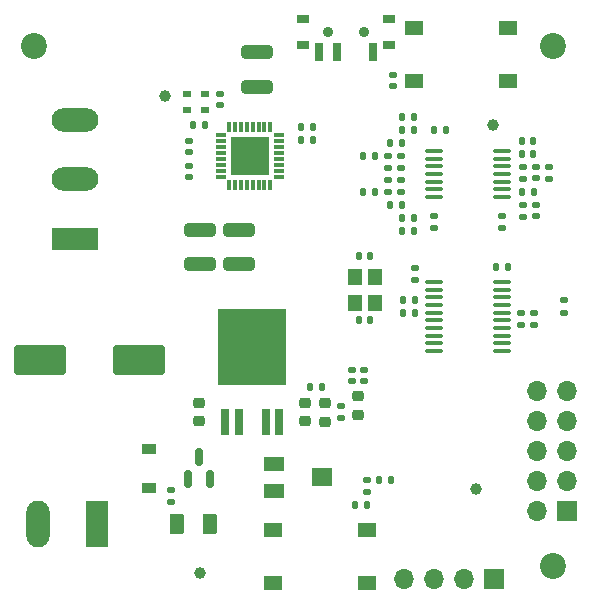
<source format=gbr>
%TF.GenerationSoftware,KiCad,Pcbnew,(6.0.9)*%
%TF.CreationDate,2023-03-20T14:35:20+01:00*%
%TF.ProjectId,BLDC_driver_small,424c4443-5f64-4726-9976-65725f736d61,rev?*%
%TF.SameCoordinates,Original*%
%TF.FileFunction,Soldermask,Top*%
%TF.FilePolarity,Negative*%
%FSLAX46Y46*%
G04 Gerber Fmt 4.6, Leading zero omitted, Abs format (unit mm)*
G04 Created by KiCad (PCBNEW (6.0.9)) date 2023-03-20 14:35:20*
%MOMM*%
%LPD*%
G01*
G04 APERTURE LIST*
G04 Aperture macros list*
%AMRoundRect*
0 Rectangle with rounded corners*
0 $1 Rounding radius*
0 $2 $3 $4 $5 $6 $7 $8 $9 X,Y pos of 4 corners*
0 Add a 4 corners polygon primitive as box body*
4,1,4,$2,$3,$4,$5,$6,$7,$8,$9,$2,$3,0*
0 Add four circle primitives for the rounded corners*
1,1,$1+$1,$2,$3*
1,1,$1+$1,$4,$5*
1,1,$1+$1,$6,$7*
1,1,$1+$1,$8,$9*
0 Add four rect primitives between the rounded corners*
20,1,$1+$1,$2,$3,$4,$5,0*
20,1,$1+$1,$4,$5,$6,$7,0*
20,1,$1+$1,$6,$7,$8,$9,0*
20,1,$1+$1,$8,$9,$2,$3,0*%
G04 Aperture macros list end*
%ADD10C,1.000000*%
%ADD11RoundRect,0.135000X-0.185000X0.135000X-0.185000X-0.135000X0.185000X-0.135000X0.185000X0.135000X0*%
%ADD12C,2.200000*%
%ADD13RoundRect,0.135000X-0.135000X-0.185000X0.135000X-0.185000X0.135000X0.185000X-0.135000X0.185000X0*%
%ADD14RoundRect,0.218750X-0.256250X0.218750X-0.256250X-0.218750X0.256250X-0.218750X0.256250X0.218750X0*%
%ADD15RoundRect,0.135000X0.135000X0.185000X-0.135000X0.185000X-0.135000X-0.185000X0.135000X-0.185000X0*%
%ADD16R,0.799998X2.199996*%
%ADD17R,5.799988X6.400012*%
%ADD18RoundRect,0.140000X-0.140000X-0.170000X0.140000X-0.170000X0.140000X0.170000X-0.140000X0.170000X0*%
%ADD19RoundRect,0.135000X0.185000X-0.135000X0.185000X0.135000X-0.185000X0.135000X-0.185000X-0.135000X0*%
%ADD20RoundRect,0.250000X-1.075000X0.312500X-1.075000X-0.312500X1.075000X-0.312500X1.075000X0.312500X0*%
%ADD21RoundRect,0.140000X-0.170000X0.140000X-0.170000X-0.140000X0.170000X-0.140000X0.170000X0.140000X0*%
%ADD22R,0.700000X0.600000*%
%ADD23RoundRect,0.140000X0.170000X-0.140000X0.170000X0.140000X-0.170000X0.140000X-0.170000X-0.140000X0*%
%ADD24RoundRect,0.225000X0.250000X-0.225000X0.250000X0.225000X-0.250000X0.225000X-0.250000X-0.225000X0*%
%ADD25R,1.550000X1.300000*%
%ADD26RoundRect,0.218750X0.256250X-0.218750X0.256250X0.218750X-0.256250X0.218750X-0.256250X-0.218750X0*%
%ADD27O,1.700000X1.700000*%
%ADD28R,1.700000X1.700000*%
%ADD29RoundRect,0.250000X-0.375000X-0.625000X0.375000X-0.625000X0.375000X0.625000X-0.375000X0.625000X0*%
%ADD30RoundRect,0.250000X1.950000X1.000000X-1.950000X1.000000X-1.950000X-1.000000X1.950000X-1.000000X0*%
%ADD31R,0.300000X0.900000*%
%ADD32R,0.900000X0.300000*%
%ADD33R,3.200000X3.200000*%
%ADD34O,1.980000X3.960000*%
%ADD35R,1.980000X3.960000*%
%ADD36O,3.960000X1.980000*%
%ADD37R,3.960000X1.980000*%
%ADD38RoundRect,0.250000X1.075000X-0.312500X1.075000X0.312500X-1.075000X0.312500X-1.075000X-0.312500X0*%
%ADD39RoundRect,0.140000X0.140000X0.170000X-0.140000X0.170000X-0.140000X-0.170000X0.140000X-0.170000X0*%
%ADD40R,0.700000X1.500000*%
%ADD41C,0.900000*%
%ADD42R,1.000000X0.800000*%
%ADD43RoundRect,0.100000X-0.637500X-0.100000X0.637500X-0.100000X0.637500X0.100000X-0.637500X0.100000X0*%
%ADD44RoundRect,0.150000X0.150000X-0.587500X0.150000X0.587500X-0.150000X0.587500X-0.150000X-0.587500X0*%
%ADD45R,1.200000X0.900000*%
%ADD46R,1.200000X1.400000*%
%ADD47R,1.750000X1.200000*%
%ADD48R,1.750000X1.600000*%
G04 APERTURE END LIST*
D10*
%TO.C,REF\u002A\u002A*%
X140900000Y-79100000D03*
%TD*%
%TO.C,REF\u002A\u002A*%
X113100000Y-76600000D03*
%TD*%
%TO.C,REF\u002A\u002A*%
X116100000Y-117000000D03*
%TD*%
%TO.C,REF\u002A\u002A*%
X139500000Y-109900000D03*
%TD*%
D11*
%TO.C,R6*%
X134275000Y-92210000D03*
X134275000Y-91190000D03*
%TD*%
D12*
%TO.C,H1*%
X146000000Y-72400000D03*
%TD*%
D13*
%TO.C,R7*%
X134285000Y-93900000D03*
X133265000Y-93900000D03*
%TD*%
D14*
%TO.C,D4*%
X126700000Y-104187500D03*
X126700000Y-102612500D03*
%TD*%
D15*
%TO.C,R12*%
X132190000Y-80625000D03*
X133210000Y-80625000D03*
%TD*%
D13*
%TO.C,R8*%
X125660000Y-80350000D03*
X124640000Y-80350000D03*
%TD*%
D16*
%TO.C,U3*%
X122780001Y-104199802D03*
X121640000Y-104199802D03*
D17*
X120500000Y-97900000D03*
D16*
X119360000Y-104199802D03*
X118219999Y-104199802D03*
%TD*%
D18*
%TO.C,C16*%
X125630000Y-79250000D03*
X124670000Y-79250000D03*
%TD*%
%TO.C,C20*%
X144305000Y-81575000D03*
X143345000Y-81575000D03*
%TD*%
D19*
%TO.C,R18*%
X133100000Y-83725000D03*
X133100000Y-84745000D03*
%TD*%
D20*
%TO.C,R4*%
X116050000Y-90862500D03*
X116050000Y-87937500D03*
%TD*%
D18*
%TO.C,C15*%
X132230000Y-109150000D03*
X131270000Y-109150000D03*
%TD*%
D11*
%TO.C,R13*%
X133100000Y-82735000D03*
X133100000Y-81715000D03*
%TD*%
D21*
%TO.C,C9*%
X117800000Y-77380000D03*
X117800000Y-76420000D03*
%TD*%
D15*
%TO.C,R15*%
X135890000Y-79525000D03*
X136910000Y-79525000D03*
%TD*%
D22*
%TO.C,D3*%
X116500000Y-76450000D03*
X116500000Y-77850000D03*
%TD*%
D11*
%TO.C,R10*%
X130200000Y-110160000D03*
X130200000Y-109140000D03*
%TD*%
D15*
%TO.C,R14*%
X133190000Y-79525000D03*
X134210000Y-79525000D03*
%TD*%
D23*
%TO.C,C7*%
X115200000Y-80420000D03*
X115200000Y-81380000D03*
%TD*%
D21*
%TO.C,C26*%
X144500000Y-86805000D03*
X144500000Y-85845000D03*
%TD*%
D24*
%TO.C,C2*%
X116000000Y-102624800D03*
X116000000Y-104174800D03*
%TD*%
D12*
%TO.C,H2*%
X102000000Y-72400000D03*
%TD*%
D19*
%TO.C,R24*%
X143400000Y-85815000D03*
X143400000Y-86835000D03*
%TD*%
D25*
%TO.C,SW3*%
X122275000Y-113350000D03*
X130225000Y-113350000D03*
X122275000Y-117850000D03*
X130225000Y-117850000D03*
%TD*%
D26*
%TO.C,L1*%
X129450000Y-102037500D03*
X129450000Y-103612500D03*
%TD*%
D27*
%TO.C,J3*%
X144635000Y-101565000D03*
X147175000Y-101565000D03*
X144635000Y-104105000D03*
X147175000Y-104105000D03*
X144635000Y-106645000D03*
X147175000Y-106645000D03*
X144635000Y-109185000D03*
X147175000Y-109185000D03*
X144635000Y-111725000D03*
D28*
X147175000Y-111725000D03*
%TD*%
D29*
%TO.C,F1*%
X116950000Y-112900000D03*
X114150000Y-112900000D03*
%TD*%
D18*
%TO.C,C10*%
X116480000Y-79100000D03*
X115520000Y-79100000D03*
%TD*%
D30*
%TO.C,C1*%
X102550000Y-99000000D03*
X110950000Y-99000000D03*
%TD*%
D23*
%TO.C,C6*%
X129975000Y-99820000D03*
X129975000Y-100780000D03*
%TD*%
D27*
%TO.C,J4*%
X133370000Y-117500000D03*
X135910000Y-117500000D03*
X138450000Y-117500000D03*
D28*
X140990000Y-117500000D03*
%TD*%
D31*
%TO.C,U2*%
X122050000Y-84150000D03*
X121550000Y-84150000D03*
X121050000Y-84150000D03*
X120550000Y-84150000D03*
X120050000Y-84150000D03*
X119550000Y-84150000D03*
X119050000Y-84150000D03*
X118550000Y-84150000D03*
D32*
X117850000Y-83450000D03*
X117850000Y-82950000D03*
X117850000Y-82450000D03*
X117850000Y-81950000D03*
X117850000Y-81450000D03*
X117850000Y-80950000D03*
X117850000Y-80450000D03*
X117850000Y-79950000D03*
D31*
X118550000Y-79250000D03*
X119050000Y-79250000D03*
X119550000Y-79250000D03*
X120050000Y-79250000D03*
X120550000Y-79250000D03*
X121050000Y-79250000D03*
X121550000Y-79250000D03*
X122050000Y-79250000D03*
D32*
X122750000Y-79950000D03*
X122750000Y-80450000D03*
X122750000Y-80950000D03*
X122750000Y-81450000D03*
X122750000Y-81950000D03*
X122750000Y-82450000D03*
X122750000Y-82950000D03*
D33*
X120300000Y-81700000D03*
D32*
X122750000Y-83450000D03*
%TD*%
D34*
%TO.C,J1*%
X102365000Y-112900000D03*
D35*
X107365000Y-112900000D03*
%TD*%
D19*
%TO.C,R21*%
X145600000Y-82615000D03*
X145600000Y-83635000D03*
%TD*%
D12*
%TO.C,H3*%
X146000000Y-116400000D03*
%TD*%
D15*
%TO.C,R11*%
X129890000Y-81725000D03*
X130910000Y-81725000D03*
%TD*%
D36*
%TO.C,J2*%
X105510000Y-78695000D03*
X105510000Y-83695000D03*
D37*
X105510000Y-88695000D03*
%TD*%
D23*
%TO.C,C4*%
X128012500Y-102895000D03*
X128012500Y-103855000D03*
%TD*%
D18*
%TO.C,C22*%
X134180000Y-78425000D03*
X133220000Y-78425000D03*
%TD*%
D38*
%TO.C,R5*%
X120900000Y-72937500D03*
X120900000Y-75862500D03*
%TD*%
D11*
%TO.C,R26*%
X146950000Y-94960000D03*
X146950000Y-93940000D03*
%TD*%
D39*
%TO.C,C17*%
X129545000Y-95600000D03*
X130505000Y-95600000D03*
%TD*%
D15*
%TO.C,R27*%
X141140000Y-91100000D03*
X142160000Y-91100000D03*
%TD*%
D21*
%TO.C,C8*%
X115200000Y-83480000D03*
X115200000Y-82520000D03*
%TD*%
D15*
%TO.C,R19*%
X133200000Y-88025000D03*
X134220000Y-88025000D03*
%TD*%
D13*
%TO.C,R22*%
X144410000Y-84725000D03*
X143390000Y-84725000D03*
%TD*%
D23*
%TO.C,C14*%
X132461000Y-74831000D03*
X132461000Y-75791000D03*
%TD*%
D24*
%TO.C,C3*%
X125000000Y-102624800D03*
X125000000Y-104174800D03*
%TD*%
D18*
%TO.C,C19*%
X144305000Y-80475000D03*
X143345000Y-80475000D03*
%TD*%
D21*
%TO.C,C12*%
X143275000Y-95980000D03*
X143275000Y-95020000D03*
%TD*%
D40*
%TO.C,SW2*%
X126200000Y-72930000D03*
X127700000Y-72930000D03*
X130700000Y-72930000D03*
D41*
X126950000Y-71170000D03*
D42*
X132100000Y-70070000D03*
X124800000Y-70070000D03*
X124800000Y-72280000D03*
X132100000Y-72280000D03*
D41*
X129950000Y-71170000D03*
%TD*%
D15*
%TO.C,R16*%
X129890000Y-84735000D03*
X130910000Y-84735000D03*
%TD*%
D23*
%TO.C,C21*%
X132000000Y-81745000D03*
X132000000Y-82705000D03*
%TD*%
D13*
%TO.C,R2*%
X126410000Y-101300000D03*
X125390000Y-101300000D03*
%TD*%
D20*
%TO.C,R3*%
X119400000Y-90862500D03*
X119400000Y-87937500D03*
%TD*%
D18*
%TO.C,C24*%
X134180000Y-86925000D03*
X133220000Y-86925000D03*
%TD*%
D15*
%TO.C,R17*%
X132190000Y-85835000D03*
X133210000Y-85835000D03*
%TD*%
%TO.C,R9*%
X129190000Y-111250000D03*
X130210000Y-111250000D03*
%TD*%
D43*
%TO.C,U1*%
X141637500Y-92375000D03*
X141637500Y-93025000D03*
X141637500Y-93675000D03*
X141637500Y-94325000D03*
X141637500Y-94975000D03*
X141637500Y-95625000D03*
X141637500Y-96275000D03*
X141637500Y-96925000D03*
X141637500Y-97575000D03*
X141637500Y-98225000D03*
X135912500Y-98225000D03*
X135912500Y-97575000D03*
X135912500Y-96925000D03*
X135912500Y-96275000D03*
X135912500Y-95625000D03*
X135912500Y-94975000D03*
X135912500Y-94325000D03*
X135912500Y-93675000D03*
X135912500Y-93025000D03*
X135912500Y-92375000D03*
%TD*%
D21*
%TO.C,C25*%
X144500000Y-83605000D03*
X144500000Y-82645000D03*
%TD*%
D44*
%TO.C,Q1*%
X116000000Y-107162500D03*
X116950000Y-109037500D03*
X115050000Y-109037500D03*
%TD*%
D19*
%TO.C,R23*%
X143400000Y-82615000D03*
X143400000Y-83635000D03*
%TD*%
D25*
%TO.C,SW1*%
X142175000Y-75350000D03*
X134225000Y-75350000D03*
X142175000Y-70850000D03*
X134225000Y-70850000D03*
%TD*%
D22*
%TO.C,D2*%
X114950000Y-77850000D03*
X114950000Y-76450000D03*
%TD*%
D19*
%TO.C,R1*%
X113600000Y-109990000D03*
X113600000Y-111010000D03*
%TD*%
D39*
%TO.C,C13*%
X133295000Y-95000000D03*
X134255000Y-95000000D03*
%TD*%
D19*
%TO.C,R25*%
X141700000Y-86815000D03*
X141700000Y-87835000D03*
%TD*%
D21*
%TO.C,C23*%
X132000000Y-84715000D03*
X132000000Y-83755000D03*
%TD*%
D45*
%TO.C,D1*%
X111750000Y-109800000D03*
X111750000Y-106500000D03*
%TD*%
D46*
%TO.C,Y1*%
X130875000Y-91925000D03*
X130875000Y-94125000D03*
X129175000Y-94125000D03*
X129175000Y-91925000D03*
%TD*%
D23*
%TO.C,C5*%
X128925000Y-99820000D03*
X128925000Y-100780000D03*
%TD*%
D18*
%TO.C,C18*%
X130505000Y-90200000D03*
X129545000Y-90200000D03*
%TD*%
D43*
%TO.C,U4*%
X141662500Y-81275000D03*
X141662500Y-81925000D03*
X141662500Y-82575000D03*
X141662500Y-83225000D03*
X141662500Y-83875000D03*
X141662500Y-84525000D03*
X141662500Y-85175000D03*
X135937500Y-85175000D03*
X135937500Y-84525000D03*
X135937500Y-83875000D03*
X135937500Y-83225000D03*
X135937500Y-82575000D03*
X135937500Y-81925000D03*
X135937500Y-81275000D03*
%TD*%
D47*
%TO.C,RV1*%
X122375000Y-110050000D03*
D48*
X126425000Y-108900000D03*
D47*
X122375000Y-107750000D03*
%TD*%
D19*
%TO.C,R20*%
X135900000Y-86815000D03*
X135900000Y-87835000D03*
%TD*%
D21*
%TO.C,C11*%
X144375000Y-95980000D03*
X144375000Y-95020000D03*
%TD*%
M02*

</source>
